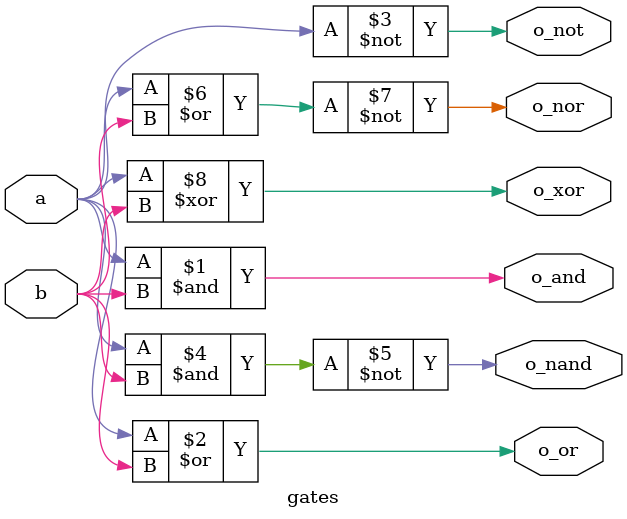
<source format=v>
module gates (input a,
             b,
             output o_and,
             o_or,
             o_not,
             o_nand,
             o_nor,
             o_xor);
    
    assign o_and  = a & b;
    assign o_or   = a | b;
    assign o_not  = ~a;
    assign o_nand = ~(a & b);
    assign o_nor  = ~(a | b);
    assign o_xor  = a ^ b;
    
endmodule

</source>
